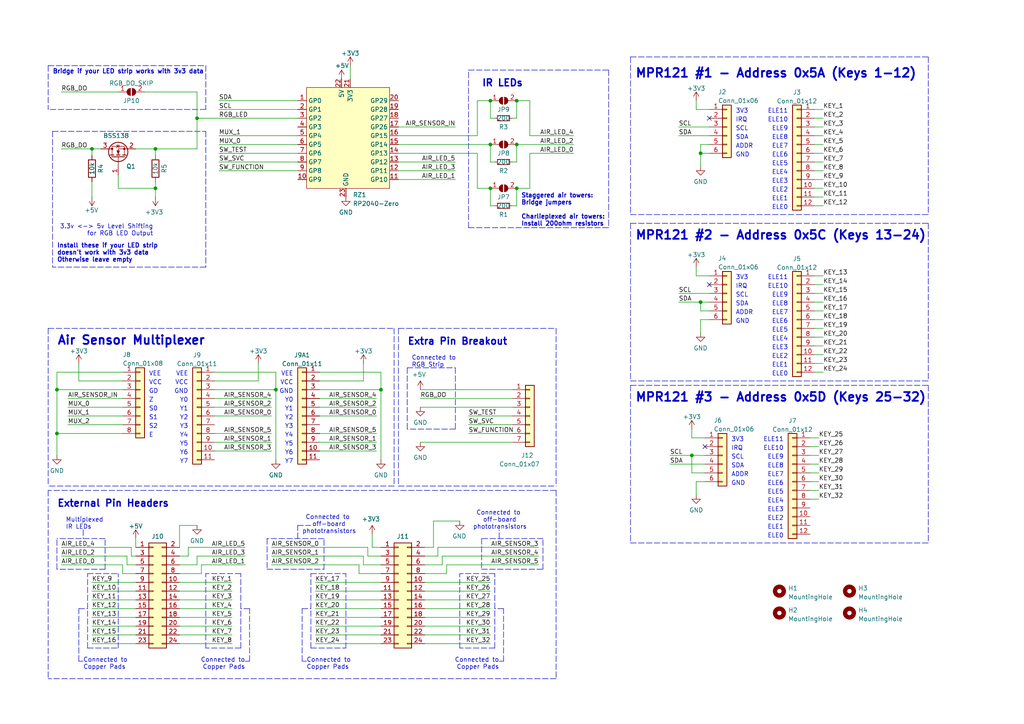
<source format=kicad_sch>
(kicad_sch (version 20211123) (generator eeschema)
  (paper "A4")
  (junction (at -96.52 120.65))
  (junction (at 149.86 54.61))
  (junction (at 149.86 29.21))
  (junction (at 57.15 34.29))
  (junction (at 142.24 54.61))
  (junction (at -60.96 120.65))
  (junction (at 203.2 87.63))
  (junction (at -92.71 120.65))
  (junction (at 80.01 113.03))
  (junction (at 200.66 132.08))
  (junction (at 142.24 41.91))
  (junction (at 45.085 54.61))
  (junction (at -87.63 87.63))
  (junction (at -57.15 120.65))
  (junction (at -60.96 68.58))
  (junction (at 149.86 41.91))
  (junction (at -96.52 93.98))
  (junction (at 16.51 125.73))
  (junction (at 203.2 44.45))
  (junction (at -101.6 120.65))
  (junction (at -66.04 120.65))
  (junction (at -78.74 81.28))
  (junction (at 45.085 43.18))
  (junction (at -83.82 120.65))
  (junction (at -78.74 120.65))
  (junction (at 142.24 29.21))
  (junction (at 110.49 113.03))
  (junction (at -87.63 120.65))
  (junction (at -74.93 120.65))
  (junction (at 26.67 43.18))
  (junction (at 16.51 113.03))
  (junction (at -69.85 120.65))
  (junction (at -69.85 74.93))
  (no_connect (at 205.74 82.55))
  (no_connect (at 205.74 34.29))
  (no_connect (at 204.47 129.54))
  (wire (pts (xy -105.41 81.28) (xy -78.74 81.28)))
  (polyline (pts (xy -127 57.15) (xy -127 128.27)))
  (wire (pts (xy -78.74 109.22) (xy -78.74 110.49)))
  (polyline (pts (xy 182.88 111.76) (xy 269.24 111.76)))
  (polyline (pts (xy -1.27 44.45) (xy -1.27 0)))
  (wire (pts (xy 196.85 36.83) (xy 205.74 36.83)))
  (polyline (pts (xy -107.95 87.63) (xy -105.41 87.63)))
  (polyline (pts (xy -2.54 8.89) (xy -10.16 8.89)))
  (wire (pts (xy 80.01 113.03) (xy 80.01 107.95)))
  (polyline (pts (xy -10.16 12.7) (xy -10.16 8.89)))
  (wire (pts (xy 234.95 137.16) (xy 237.49 137.16)))
  (wire (pts (xy 58.42 163.83) (xy 71.12 163.83)))
  (wire (pts (xy -83.82 120.65) (xy -78.74 120.65)))
  (polyline (pts (xy 30.48 165.1) (xy 30.48 156.21)))
  (polyline (pts (xy 22.86 191.77) (xy 22.86 176.53)))
  (wire (pts (xy 92.71 115.57) (xy 109.22 115.57)))
  (wire (pts (xy 92.71 125.73) (xy 109.22 125.73)))
  (wire (pts (xy 234.95 144.78) (xy 237.49 144.78)))
  (wire (pts (xy 22.86 110.49) (xy 35.56 110.49)))
  (wire (pts (xy -57.15 121.92) (xy -57.15 120.65)))
  (polyline (pts (xy 114.3 95.25) (xy 114.3 140.97)))
  (wire (pts (xy 86.36 46.99) (xy 63.5 46.99)))
  (wire (pts (xy -83.82 114.3) (xy -83.82 120.65)))
  (wire (pts (xy 45.085 43.18) (xy 57.15 43.18)))
  (polyline (pts (xy 269.24 64.77) (xy 269.24 110.49)))
  (wire (pts (xy 105.41 163.83) (xy 105.41 161.29)))
  (polyline (pts (xy -10.16 31.75) (xy -10.16 27.94)))
  (polyline (pts (xy -19.05 24.13) (xy -19.05 3.81)) (stroke (width 0) (color 0 194 0 1)))
  (polyline (pts (xy 77.47 165.1) (xy 93.98 165.1)))
  (polyline (pts (xy 135.89 66.04) (xy 135.89 20.32)))
  (polyline (pts (xy -115.57 73.66) (xy -111.76 73.66)) (stroke (width 0) (color 194 0 0 1)))
  (polyline (pts (xy 24.13 191.77) (xy 22.86 191.77)))
  (wire (pts (xy 236.22 57.15) (xy 238.76 57.15)))
  (wire (pts (xy 29.21 43.18) (xy 26.67 43.18)))
  (polyline (pts (xy -10.16 30.48) (xy -13.97 30.48)))
  (polyline (pts (xy -115.57 100.33) (xy -105.41 100.33)))
  (polyline (pts (xy 86.36 152.4) (xy 90.17 152.4)))
  (polyline (pts (xy 182.88 64.77) (xy 269.24 64.77)))
  (wire (pts (xy 104.14 166.37) (xy 104.14 163.83)))
  (polyline (pts (xy 25.4 166.37) (xy 34.29 166.37)))
  (wire (pts (xy 106.68 158.75) (xy 78.74 158.75)))
  (polyline (pts (xy -111.76 99.06) (xy -111.76 63.5)) (stroke (width 0) (color 194 0 0 1)))
  (wire (pts (xy 35.56 166.37) (xy 35.56 163.83)))
  (wire (pts (xy 39.37 161.29) (xy 38.1 161.29)))
  (wire (pts (xy 149.86 29.21) (xy 149.86 34.29)))
  (wire (pts (xy 91.44 171.45) (xy 110.49 171.45)))
  (polyline (pts (xy -10.16 29.21) (xy -16.51 29.21)) (stroke (width 0) (color 194 0 0 1)))
  (wire (pts (xy 110.49 163.83) (xy 105.41 163.83)))
  (wire (pts (xy 62.23 113.03) (xy 80.01 113.03)))
  (polyline (pts (xy -54.61 119.38) (xy -109.22 119.38)))
  (wire (pts (xy 35.56 113.03) (xy 16.51 113.03)))
  (wire (pts (xy 127 161.29) (xy 127 158.75)))
  (polyline (pts (xy 182.88 64.77) (xy 182.88 110.49)))
  (polyline (pts (xy -10.16 36.83) (xy -16.51 36.83)) (stroke (width 0) (color 194 0 0 1)))
  (wire (pts (xy -96.52 118.11) (xy -96.52 120.65)))
  (wire (pts (xy -57.15 120.65) (xy -57.15 114.3)))
  (wire (pts (xy 236.22 90.17) (xy 238.76 90.17)))
  (polyline (pts (xy 93.98 165.1) (xy 93.98 156.21)))
  (wire (pts (xy 236.22 105.41) (xy 238.76 105.41)))
  (polyline (pts (xy -10.16 12.7) (xy -2.54 12.7)))
  (wire (pts (xy 123.19 161.29) (xy 127 161.29)))
  (wire (pts (xy 129.54 163.83) (xy 156.21 163.83)))
  (polyline (pts (xy -109.22 110.49) (xy -109.22 119.38)))
  (polyline (pts (xy 132.08 106.68) (xy 132.08 124.46)))
  (wire (pts (xy 110.49 158.75) (xy 107.95 158.75)))
  (polyline (pts (xy -2.54 38.1) (xy -2.54 34.29)))
  (wire (pts (xy 138.43 39.37) (xy 138.43 29.21)))
  (polyline (pts (xy 59.69 77.47) (xy 15.24 77.47)))
  (polyline (pts (xy 90.17 187.96) (xy 100.33 187.96)))
  (wire (pts (xy 16.51 125.73) (xy 35.56 125.73)))
  (polyline (pts (xy 88.9 191.77) (xy 87.63 191.77)))
  (polyline (pts (xy 135.89 66.04) (xy 176.53 66.04)))
  (wire (pts (xy 17.78 163.83) (xy 35.56 163.83)))
  (wire (pts (xy -78.74 120.65) (xy -74.93 120.65)))
  (wire (pts (xy -66.04 114.3) (xy -66.04 120.65)))
  (polyline (pts (xy 69.85 187.96) (xy 59.69 187.96)))
  (wire (pts (xy 236.22 39.37) (xy 238.76 39.37)))
  (polyline (pts (xy -13.97 35.56) (xy -13.97 5.08)))
  (wire (pts (xy 149.86 54.61) (xy 153.67 54.61)))
  (polyline (pts (xy 93.98 156.21) (xy 77.47 156.21)))
  (wire (pts (xy -105.41 68.58) (xy -60.96 68.58)))
  (wire (pts (xy 138.43 29.21) (xy 142.24 29.21)))
  (polyline (pts (xy 157.48 156.21) (xy 139.7 156.21)))
  (polyline (pts (xy -115.57 86.36) (xy -111.76 86.36)) (stroke (width 0) (color 194 0 0 1)))
  (wire (pts (xy -78.74 81.28) (xy -78.74 101.6)))
  (wire (pts (xy 234.95 129.54) (xy 237.49 129.54)))
  (wire (pts (xy 201.93 80.01) (xy 205.74 80.01)))
  (polyline (pts (xy -115.57 93.98) (xy -105.41 93.98)))
  (polyline (pts (xy 72.39 176.53) (xy 69.85 176.53)))
  (wire (pts (xy 236.22 97.79) (xy 238.76 97.79)))
  (wire (pts (xy 127 158.75) (xy 156.21 158.75)))
  (wire (pts (xy 203.2 48.26) (xy 203.2 44.45)))
  (wire (pts (xy 234.95 134.62) (xy 237.49 134.62)))
  (wire (pts (xy 201.93 77.47) (xy 201.93 80.01)))
  (polyline (pts (xy -10.16 25.4) (xy -2.54 25.4)))
  (polyline (pts (xy 86.36 156.21) (xy 86.36 152.4)))
  (wire (pts (xy 16.51 107.95) (xy 35.56 107.95)))
  (wire (pts (xy -60.96 109.22) (xy -60.96 110.49)))
  (wire (pts (xy 52.07 184.15) (xy 67.31 184.15)))
  (polyline (pts (xy 13.97 19.05) (xy 59.69 19.05)))
  (polyline (pts (xy 13.97 95.25) (xy 13.97 140.97)))
  (wire (pts (xy 142.24 173.99) (xy 123.19 173.99)))
  (wire (pts (xy -105.41 120.65) (xy -101.6 120.65)))
  (polyline (pts (xy -2.54 27.94) (xy -10.16 27.94)))
  (wire (pts (xy 236.22 41.91) (xy 238.76 41.91)))
  (polyline (pts (xy 135.89 20.32) (xy 176.53 20.32)))
  (wire (pts (xy 107.95 154.94) (xy 107.95 158.75)))
  (polyline (pts (xy -115.57 99.06) (xy -111.76 99.06)) (stroke (width 0) (color 194 0 0 1)))
  (polyline (pts (xy -115.57 68.58) (xy -109.22 68.58)))
  (polyline (pts (xy 139.7 156.21) (xy 139.7 165.1)))
  (polyline (pts (xy 25.4 187.96) (xy 25.4 166.37)))
  (wire (pts (xy 52.07 152.4) (xy 52.07 158.75)))
  (wire (pts (xy 39.37 184.15) (xy 26.67 184.15)))
  (polyline (pts (xy 161.29 196.85) (xy 13.97 196.85)))
  (wire (pts (xy 86.36 39.37) (xy 63.5 39.37)))
  (polyline (pts (xy 146.05 176.53) (xy 143.51 176.53)))
  (polyline (pts (xy -109.22 81.28) (xy -105.41 81.28)))
  (wire (pts (xy 205.74 41.91) (xy 203.2 41.91)))
  (wire (pts (xy 52.07 173.99) (xy 67.31 173.99)))
  (wire (pts (xy 234.95 139.7) (xy 237.49 139.7)))
  (wire (pts (xy -105.41 118.11) (xy -105.41 120.65)))
  (wire (pts (xy 86.36 31.75) (xy 63.5 31.75)))
  (polyline (pts (xy -10.16 6.35) (xy -2.54 6.35)))
  (polyline (pts (xy 15.24 38.1) (xy 59.69 38.1)))
  (wire (pts (xy 91.44 186.69) (xy 110.49 186.69)))
  (wire (pts (xy 36.83 163.83) (xy 36.83 161.29)))
  (wire (pts (xy -60.96 120.65) (xy -57.15 120.65)))
  (wire (pts (xy 39.37 173.99) (xy 26.67 173.99)))
  (polyline (pts (xy 59.69 187.96) (xy 59.69 166.37)))
  (polyline (pts (xy -115.57 74.93) (xy -110.49 74.93)))
  (polyline (pts (xy -2.54 34.29) (xy -10.16 34.29)))
  (wire (pts (xy 41.91 26.67) (xy 57.15 26.67)))
  (wire (pts (xy -105.41 74.93) (xy -69.85 74.93)))
  (wire (pts (xy 86.36 44.45) (xy 63.5 44.45)))
  (wire (pts (xy 201.93 29.21) (xy 201.93 31.75)))
  (wire (pts (xy 19.685 118.11) (xy 35.56 118.11)))
  (polyline (pts (xy 132.08 124.46) (xy 118.11 124.46)))
  (polyline (pts (xy 182.88 110.49) (xy 269.24 110.49)))
  (polyline (pts (xy 69.85 166.37) (xy 59.69 166.37)))
  (polyline (pts (xy -10.16 31.75) (xy -2.54 31.75)))
  (polyline (pts (xy -54.61 101.6) (xy -54.61 109.22)))
  (polyline (pts (xy -123.19 88.9) (xy -115.57 88.9)))
  (wire (pts (xy 236.22 95.25) (xy 238.76 95.25)))
  (wire (pts (xy 16.51 107.95) (xy 16.51 113.03)))
  (polyline (pts (xy -10.16 19.05) (xy -10.16 15.24)))
  (wire (pts (xy 121.92 118.11) (xy 148.59 118.11)))
  (wire (pts (xy 62.23 120.65) (xy 78.74 120.65)))
  (wire (pts (xy 92.71 113.03) (xy 110.49 113.03)))
  (wire (pts (xy 115.57 41.91) (xy 142.24 41.91)))
  (wire (pts (xy 26.67 45.085) (xy 26.67 43.18)))
  (wire (pts (xy -101.6 120.65) (xy -96.52 120.65)))
  (wire (pts (xy -69.85 74.93) (xy -39.37 74.93)))
  (polyline (pts (xy -115.57 72.39) (xy -123.19 72.39)))
  (polyline (pts (xy -10.16 10.16) (xy -13.97 10.16)))
  (wire (pts (xy 92.71 128.27) (xy 109.22 128.27)))
  (wire (pts (xy 115.57 49.53) (xy 132.08 49.53)))
  (wire (pts (xy 203.2 87.63) (xy 205.74 87.63)))
  (wire (pts (xy 115.57 46.99) (xy 132.08 46.99)))
  (polyline (pts (xy 59.69 31.75) (xy 13.97 31.75)))
  (wire (pts (xy -105.41 109.22) (xy -105.41 110.49)))
  (polyline (pts (xy -109.22 101.6) (xy -54.61 101.6)))
  (wire (pts (xy -105.41 87.63) (xy -87.63 87.63)))
  (wire (pts (xy 39.37 176.53) (xy 26.67 176.53)))
  (polyline (pts (xy -123.19 82.55) (xy -115.57 82.55)))
  (polyline (pts (xy 269.24 16.51) (xy 269.24 62.23)))
  (wire (pts (xy 203.2 44.45) (xy 205.74 44.45)))
  (wire (pts (xy 200.66 132.08) (xy 200.66 137.16)))
  (wire (pts (xy 142.24 181.61) (xy 123.19 181.61)))
  (polyline (pts (xy 13.97 142.24) (xy 13.97 196.85)))
  (wire (pts (xy 91.44 176.53) (xy 110.49 176.53)))
  (wire (pts (xy 121.92 128.27) (xy 148.59 128.27)))
  (wire (pts (xy 34.29 54.61) (xy 45.085 54.61)))
  (wire (pts (xy -105.41 100.33) (xy -39.37 100.33)))
  (wire (pts (xy 91.44 168.91) (xy 110.49 168.91)))
  (polyline (pts (xy -123.19 69.85) (xy -123.19 66.04)))
  (wire (pts (xy 52.07 186.69) (xy 67.31 186.69)))
  (polyline (pts (xy -1.27 128.27) (xy -127 128.27)))
  (polyline (pts (xy 25.4 187.96) (xy 34.29 187.96)))
  (polyline (pts (xy -2.54 19.05) (xy -2.54 15.24)))
  (wire (pts (xy 92.71 118.11) (xy 109.22 118.11)))
  (wire (pts (xy 105.41 110.49) (xy 92.71 110.49)))
  (wire (pts (xy 52.07 163.83) (xy 57.15 163.83)))
  (polyline (pts (xy 118.11 106.68) (xy 118.11 124.46)))
  (wire (pts (xy 101.6 19.05) (xy 101.6 22.86)))
  (polyline (pts (xy 24.13 153.67) (xy 24.13 156.21)))
  (polyline (pts (xy 182.88 62.23) (xy 269.24 62.23)))
  (wire (pts (xy 234.95 127) (xy 237.49 127)))
  (polyline (pts (xy 87.63 191.77) (xy 87.63 176.53)))
  (polyline (pts (xy -21.59 19.05) (xy -13.97 19.05)))
  (polyline (pts (xy 69.85 187.96) (xy 69.85 166.37)))
  (polyline (pts (xy -123.19 95.25) (xy -115.57 95.25)))
  (wire (pts (xy 236.22 34.29) (xy 238.76 34.29)))
  (polyline (pts (xy 182.88 111.76) (xy 182.88 157.48)))
  (wire (pts (xy 128.27 161.29) (xy 156.21 161.29)))
  (polyline (pts (xy 143.51 187.96) (xy 143.51 166.37)))
  (wire (pts (xy 74.93 110.49) (xy 62.23 110.49)))
  (wire (pts (xy 236.22 31.75) (xy 238.76 31.75)))
  (wire (pts (xy 203.2 92.71) (xy 205.74 92.71)))
  (wire (pts (xy 236.22 80.01) (xy 238.76 80.01)))
  (wire (pts (xy 86.36 49.53) (xy 63.5 49.53)))
  (polyline (pts (xy -115.57 87.63) (xy -107.95 87.63)))
  (wire (pts (xy 203.2 87.63) (xy 203.2 90.17)))
  (wire (pts (xy 203.2 90.17) (xy 205.74 90.17)))
  (polyline (pts (xy -1.27 57.15) (xy -127 57.15)))
  (wire (pts (xy 142.24 34.29) (xy 142.24 29.21)))
  (polyline (pts (xy 143.51 187.96) (xy 133.35 187.96)))
  (polyline (pts (xy -10.16 25.4) (xy -10.16 21.59)))
  (wire (pts (xy 39.37 158.75) (xy 39.37 156.21)))
  (wire (pts (xy 62.23 125.73) (xy 78.74 125.73)))
  (polyline (pts (xy -115.57 78.74) (xy -123.19 78.74)))
  (polyline (pts (xy 133.35 187.96) (xy 133.35 166.37)))
  (wire (pts (xy 62.23 128.27) (xy 78.74 128.27)))
  (wire (pts (xy 123.19 163.83) (xy 128.27 163.83)))
  (wire (pts (xy 17.78 158.75) (xy 38.1 158.75)))
  (wire (pts (xy 200.66 132.08) (xy 204.47 132.08)))
  (polyline (pts (xy -2.54 12.7) (xy -2.54 8.89)))
  (wire (pts (xy 149.86 34.29) (xy 148.59 34.29)))
  (polyline (pts (xy 59.69 19.05) (xy 59.69 31.75)))
  (wire (pts (xy 125.73 158.75) (xy 125.73 151.13)))
  (wire (pts (xy 110.49 161.29) (xy 106.68 161.29)))
  (wire (pts (xy 149.86 54.61) (xy 149.86 59.69)))
  (wire (pts (xy 142.24 54.61) (xy 142.24 59.69)))
  (wire (pts (xy 52.07 161.29) (xy 54.61 161.29)))
  (wire (pts (xy -69.85 118.11) (xy -69.85 120.65)))
  (polyline (pts (xy -109.22 110.49) (xy -54.61 110.49)))
  (wire (pts (xy 194.31 132.08) (xy 200.66 132.08)))
  (wire (pts (xy 17.78 161.29) (xy 36.83 161.29)))
  (wire (pts (xy 196.85 39.37) (xy 205.74 39.37)))
  (wire (pts (xy 39.37 179.07) (xy 26.67 179.07)))
  (wire (pts (xy -87.63 118.11) (xy -87.63 120.65)))
  (wire (pts (xy 149.86 41.91) (xy 166.37 41.91)))
  (polyline (pts (xy 182.88 16.51) (xy 269.24 16.51)))
  (wire (pts (xy -96.52 109.22) (xy -96.52 110.49)))
  (polyline (pts (xy -2.54 2.54) (xy -10.16 2.54)))
  (wire (pts (xy 52.07 168.91) (xy 67.31 168.91)))
  (polyline (pts (xy -10.16 16.51) (xy -19.05 16.51)) (stroke (width 0) (color 0 194 0 1)))
  (wire (pts (xy 16.51 113.03) (xy 16.51 125.73)))
  (polyline (pts (xy -123.19 76.2) (xy -115.57 76.2)))
  (wire (pts (xy 57.15 161.29) (xy 71.12 161.29)))
  (wire (pts (xy 54.61 158.75) (xy 71.12 158.75)))
  (polyline (pts (xy -123.19 76.2) (xy -123.19 72.39)))
  (polyline (pts (xy 157.48 165.1) (xy 157.48 156.21)))
  (wire (pts (xy 142.24 176.53) (xy 123.19 176.53)))
  (wire (pts (xy 121.92 113.03) (xy 148.59 113.03)))
  (wire (pts (xy 52.07 166.37) (xy 58.42 166.37)))
  (wire (pts (xy 153.67 54.61) (xy 153.67 44.45)))
  (wire (pts (xy 115.57 39.37) (xy 138.43 39.37)))
  (wire (pts (xy 91.44 173.99) (xy 110.49 173.99)))
  (wire (pts (xy 19.685 123.19) (xy 35.56 123.19)))
  (wire (pts (xy 62.23 118.11) (xy 78.74 118.11)))
  (wire (pts (xy -87.63 87.63) (xy -39.37 87.63)))
  (polyline (pts (xy -110.49 74.93) (xy -105.41 74.93)))
  (wire (pts (xy 19.685 115.57) (xy 35.56 115.57)))
  (wire (pts (xy 39.37 181.61) (xy 26.67 181.61)))
  (polyline (pts (xy -115.57 95.25) (xy -115.57 91.44)))
  (polyline (pts (xy 144.78 191.77) (xy 146.05 191.77)))
  (wire (pts (xy -101.6 114.3) (xy -101.6 120.65)))
  (wire (pts (xy -96.52 120.65) (xy -92.71 120.65)))
  (wire (pts (xy 110.49 113.03) (xy 110.49 107.95)))
  (wire (pts (xy 19.685 120.65) (xy 35.56 120.65)))
  (wire (pts (xy 200.66 124.46) (xy 200.66 127)))
  (wire (pts (xy 62.23 130.81) (xy 78.74 130.81)))
  (wire (pts (xy 236.22 92.71) (xy 238.76 92.71)))
  (wire (pts (xy 148.59 120.65) (xy 135.89 120.65)))
  (wire (pts (xy 86.36 29.21) (xy 63.5 29.21)))
  (polyline (pts (xy -115.57 92.71) (xy -111.76 92.71)) (stroke (width 0) (color 194 0 0 1)))
  (polyline (pts (xy -123.19 95.25) (xy -123.19 91.44)))
  (wire (pts (xy 149.86 41.91) (xy 149.86 46.99)))
  (wire (pts (xy 236.22 46.99) (xy 238.76 46.99)))
  (wire (pts (xy 57.15 34.29) (xy 57.15 43.18)))
  (wire (pts (xy 110.49 166.37) (xy 104.14 166.37)))
  (polyline (pts (xy -10.16 22.86) (xy -16.51 22.86)) (stroke (width 0) (color 194 0 0 1)))
  (wire (pts (xy 45.085 54.61) (xy 45.085 52.705)))
  (wire (pts (xy 91.44 181.61) (xy 110.49 181.61)))
  (wire (pts (xy 143.51 34.29) (xy 142.24 34.29)))
  (wire (pts (xy 123.19 158.75) (xy 125.73 158.75)))
  (polyline (pts (xy -123.19 88.9) (xy -123.19 85.09)))
  (polyline (pts (xy -10.16 19.05) (xy -2.54 19.05)))
  (wire (pts (xy 203.2 96.52) (xy 203.2 92.71)))
  (polyline (pts (xy 161.29 95.25) (xy 161.29 140.97)))
  (polyline (pts (xy -115.57 101.6) (xy -115.57 97.79)))
  (polyline (pts (xy 139.7 165.1) (xy 157.48 165.1)))
  (wire (pts (xy 153.67 44.45) (xy 166.37 44.45)))
  (polyline (pts (xy -115.57 67.31) (xy -111.76 67.31)) (stroke (width 0) (color 194 0 0 1)))
  (wire (pts (xy 57.15 163.83) (xy 57.15 161.29)))
  (polyline (pts (xy 143.51 166.37) (xy 133.35 166.37)))
  (wire (pts (xy 38.1 161.29) (xy 38.1 158.75)))
  (polyline (pts (xy -2.54 21.59) (xy -10.16 21.59)))
  (wire (pts (xy -69.85 109.22) (xy -69.85 110.49)))
  (polyline (pts (xy -13.97 5.08) (xy -10.16 5.08)))
  (polyline (pts (xy -115.57 81.28) (xy -109.22 81.28)))
  (polyline (pts (xy -10.16 38.1) (xy -10.16 34.29)))
  (wire (pts (xy -87.63 109.22) (xy -87.63 110.49)))
  (wire (pts (xy 236.22 85.09) (xy 238.76 85.09)))
  (polyline (pts (xy -21.59 21.59) (xy -16.51 21.59)) (stroke (width 0) (color 194 0 0 1)))
  (wire (pts (xy 74.93 105.41) (xy 74.93 110.49)))
  (polyline (pts (xy -38.1 0) (xy -38.1 44.45)))
  (wire (pts (xy 196.85 85.09) (xy 205.74 85.09)))
  (wire (pts (xy 149.86 59.69) (xy 148.59 59.69)))
  (wire (pts (xy 58.42 166.37) (xy 58.42 163.83)))
  (wire (pts (xy 236.22 49.53) (xy 238.76 49.53)))
  (polyline (pts (xy 182.88 157.48) (xy 269.24 157.48)))
  (polyline (pts (xy 16.51 165.1) (xy 16.51 156.21)))
  (polyline (pts (xy 90.17 187.96) (xy 90.17 166.37)))
  (polyline (pts (xy -10.16 35.56) (xy -13.97 35.56)))
  (wire (pts (xy -74.93 120.65) (xy -69.85 120.65)))
  (wire (pts (xy 200.66 127) (xy 204.47 127)))
  (wire (pts (xy 115.57 36.83) (xy 132.08 36.83)))
  (polyline (pts (xy 100.33 187.96) (xy 100.33 166.37)))
  (polyline (pts (xy 77.47 156.21) (xy 77.47 165.1)))
  (wire (pts (xy 57.15 34.29) (xy 86.36 34.29)))
  (wire (pts (xy 78.74 163.83) (xy 104.14 163.83)))
  (wire (pts (xy -74.93 114.3) (xy -74.93 120.65)))
  (polyline (pts (xy -115.57 85.09) (xy -123.19 85.09)))
  (polyline (pts (xy 90.17 166.37) (xy 100.33 166.37)))
  (polyline (pts (xy 115.57 140.97) (xy 161.29 140.97)))
  (wire (pts (xy 203.2 41.91) (xy 203.2 44.45)))
  (wire (pts (xy 236.22 107.95) (xy 238.76 107.95)))
  (wire (pts (xy 234.95 132.08) (xy 237.49 132.08)))
  (wire (pts (xy 236.22 54.61) (xy 238.76 54.61)))
  (polyline (pts (xy 13.97 19.05) (xy 13.97 31.75)))
  (polyline (pts (xy -109.22 68.58) (xy -105.41 68.58)))
  (polyline (pts (xy 176.53 20.32) (xy 176.53 66.04)))
  (polyline (pts (xy 34.29 187.96) (xy 34.29 166.37)))
  (polyline (pts (xy -115.57 80.01) (xy -111.76 80.01)) (stroke (width 0) (color 194 0 0 1)))
  (wire (pts (xy 142.24 41.91) (xy 142.24 46.99)))
  (wire (pts (xy 142.24 168.91) (xy 123.19 168.91)))
  (wire (pts (xy 138.43 44.45) (xy 138.43 54.61)))
  (wire (pts (xy 153.67 29.21) (xy 153.67 39.37)))
  (wire (pts (xy 149.86 46.99) (xy 148.59 46.99)))
  (polyline (pts (xy -16.51 17.78) (xy -10.16 17.78)) (stroke (width 0) (color 194 0 0 1)))
  (wire (pts (xy 22.86 105.41) (xy 22.86 110.49)))
  (wire (pts (xy 236.22 100.33) (xy 238.76 100.33)))
  (wire (pts (xy 148.59 125.73) (xy 135.89 125.73)))
  (wire (pts (xy 236.22 36.83) (xy 238.76 36.83)))
  (wire (pts (xy 115.57 44.45) (xy 138.43 44.45)))
  (wire (pts (xy -60.96 68.58) (xy -39.37 68.58)))
  (wire (pts (xy 26.67 43.18) (xy 17.78 43.18)))
  (polyline (pts (xy -54.61 109.22) (xy -109.22 109.22)))
  (wire (pts (xy 201.93 143.51) (xy 201.93 139.7)))
  (wire (pts (xy 80.01 107.95) (xy 62.23 107.95)))
  (wire (pts (xy 45.085 45.085) (xy 45.085 43.18)))
  (polyline (pts (xy -16.51 36.83) (xy -16.51 17.78)) (stroke (width 0) (color 194 0 0 1)))
  (polyline (pts (xy -38.1 0) (xy -1.27 0)))
  (polyline (pts (xy -115.57 88.9) (xy -115.57 85.09)))
  (polyline (pts (xy 144.78 156.21) (xy 144.78 153.67)))
  (polyline (pts (xy -2.54 15.24) (xy -10.16 15.24)))
  (polyline (pts (xy -123.19 82.55) (xy -123.19 78.74)))
  (wire (pts (xy 149.86 29.21) (xy 153.67 29.21)))
  (wire (pts (xy 142.24 46.99) (xy 143.51 46.99)))
  (polyline (pts (xy -10.16 6.35) (xy -10.16 2.54)))
  (wire (pts (xy 236.22 44.45) (xy 238.76 44.45)))
  (wire (pts (xy 105.41 105.41) (xy 105.41 110.49)))
  (wire (pts (xy 110.49 133.35) (xy 110.49 113.03)))
  (wire (pts (xy 106.68 161.29) (xy 106.68 158.75)))
  (wire (pts (xy 52.07 171.45) (xy 67.31 171.45)))
  (wire (pts (xy 39.37 171.45) (xy 26.67 171.45)))
  (wire (pts (xy 142.24 171.45) (xy 123.19 171.45)))
  (wire (pts (xy 39.37 166.37) (xy 35.56 166.37)))
  (polyline (pts (xy -115.57 97.79) (xy -123.19 97.79)))
  (polyline (pts (xy -10.16 11.43) (xy -19.05 11.43)) (stroke (width 0) (color 0 194 0 1)))
  (wire (pts (xy 236.22 59.69) (xy 238.76 59.69)))
  (wire (pts (xy 92.71 130.81) (xy 109.22 130.81)))
  (wire (pts (xy 201.93 31.75) (xy 205.74 31.75)))
  (wire (pts (xy 17.78 26.67) (xy 34.29 26.67)))
  (polyline (pts (xy -21.59 24.13) (xy -10.16 24.13)) (stroke (width 0) (color 0 194 0 1)))
  (polyline (pts (xy 15.24 38.1) (xy 15.24 77.47)))
  (wire (pts (xy 26.67 52.705) (xy 26.67 57.15)))
  (polyline (pts (xy -2.54 31.75) (xy -2.54 27.94)))
  (wire (pts (xy 39.37 186.69) (xy 26.67 186.69)))
  (wire (pts (xy 153.67 39.37) (xy 166.37 39.37)))
  (polyline (pts (xy 71.12 191.77) (xy 72.39 191.77)))
  (wire (pts (xy 123.19 166.37) (xy 129.54 166.37)))
  (wire (pts (xy -69.85 74.93) (xy -69.85 101.6)))
  (wire (pts (xy -78.74 81.28) (xy -39.37 81.28)))
  (wire (pts (xy -87.63 120.65) (xy -83.82 120.65)))
  (wire (pts (xy -60.96 120.65) (xy -60.96 118.11)))
  (polyline (pts (xy -54.61 110.49) (xy -54.61 119.38)))
  (polyline (pts (xy 30.48 165.1) (xy 16.51 165.1)))
  (polyline (pts (xy 115.57 95.25) (xy 115.57 140.97)))
  (polyline (pts (xy -115.57 66.04) (xy -123.19 66.04)))
  (wire (pts (xy 142.24 179.07) (xy 123.19 179.07)))
  (polyline (pts (xy -2.54 25.4) (xy -2.54 21.59)))
  (wire (pts (xy 142.24 186.69) (xy 123.19 186.69)))
  (polyline (pts (xy -2.54 6.35) (xy -2.54 2.54)))
  (wire (pts (xy 196.85 87.63) (xy 203.2 87.63)))
  (wire (pts (xy -92.71 114.3) (xy -92.71 120.65)))
  (wire (pts (xy -105.41 93.98) (xy -96.52 93.98)))
  (wire (pts (xy 201.93 139.7) (xy 204.47 139.7)))
  (polyline (pts (xy -123.19 101.6) (xy -115.57 101.6)))
  (wire (pts (xy 236.22 102.87) (xy 238.76 102.87)))
  (wire (pts (xy 57.15 152.4) (xy 52.07 152.4)))
  (wire (pts (xy 128.27 163.83) (xy 128.27 161.29)))
  (polyline (pts (xy -115.57 91.44) (xy -123.19 91.44)))
  (wire (pts (xy 121.92 115.57) (xy 148.59 115.57)))
  (wire (pts (xy 142.24 59.69) (xy 143.51 59.69)))
  (wire (pts (xy 62.23 115.57) (xy 78.74 115.57)))
  (polyline (pts (xy 13.97 95.25) (xy 114.3 95.25)))
  (polyline (pts (xy -19.05 3.81) (xy -10.16 3.81)) (stroke (width 0) (color 0 194 0 1)))
  (wire (pts (xy 234.95 142.24) (xy 237.49 142.24)))
  (wire (pts (xy 91.44 184.15) (xy 110.49 184.15)))
  (wire (pts (xy 39.37 163.83) (xy 36.83 163.83)))
  (wire (pts (xy -96.52 93.98) (xy -96.52 101.6)))
  (wire (pts (xy 16.51 132.08) (xy 16.51 125.73)))
  (wire (pts (xy 52.07 179.07) (xy 67.31 179.07)))
  (polyline (pts (xy 146.05 191.77) (xy 146.05 176.53)))
  (wire (pts (xy 115.57 52.07) (xy 132.08 52.07)))
  (wire (pts (xy 129.54 166.37) (xy 129.54 163.83)))
  (wire (pts (xy 194.31 134.62) (xy 204.47 134.62)))
  (wire (pts (xy 52.07 176.53) (xy 67.31 176.53)))
  (wire (pts (xy 200.66 137.16) (xy 204.47 137.16)))
  (wire (pts (xy 138.43 54.61) (xy 142.24 54.61)))
  (wire (pts (xy 39.37 43.18) (xy 45.085 43.18)))
  (polyline (pts (xy 22.86 176.53) (xy 25.4 176.53)))
  (polyline (pts (xy 30.48 156.21) (xy 16.51 156.21)))
  (polyline (pts (xy 114.3 140.97) (xy 13.97 140.97)))
  (wire (pts (xy 52.07 181.61) (xy 67.31 181.61)))
  (polyline (pts (xy 182.88 16.51) (xy 182.88 62.23)))
  (wire (pts (xy 86.36 41.91) (xy 63.5 41.91)))
  (wire (pts (xy 148.59 123.19) (xy 135.89 123.19)))
  (polyline (pts (xy -115.57 69.85) (xy -115.57 66.04)))
  (polyline (pts (xy -123.19 101.6) (xy -123.19 97.79)))
  (wire (pts (xy 45.085 57.15) (xy 45.085 54.61)))
  (wire (pts (xy 78.74 161.29) (xy 105.41 161.29)))
  (wire (pts (xy 236.22 52.07) (xy 238.76 52.07)))
  (wire (pts (xy 142.24 184.15) (xy 123.19 184.15)))
  (wire (pts (xy 80.01 133.35) (xy 80.01 113.03)))
  (polyline (pts (xy 72.39 191.77) (xy 72.39 176.53)))
  (wire (pts (xy 91.44 179.07) (xy 110.49 179.07)))
  (polyline (pts (xy -38.1 44.45) (xy -1.27 44.45)))
  (polyline (pts (xy -10.16 38.1) (xy -2.54 38.1)))
  (polyline (pts (xy -109.22 101.6) (xy -109.22 109.22)))
  (polyline (pts (xy 115.57 95.25) (xy 161.29 95.25)))
  (wire (pts (xy -69.85 120.65) (xy -66.04 120.65)))
  (polyline (pts (xy -115.57 82.55) (xy -115.57 78.74)))
  (wire (pts (xy 39.37 168.91) (xy 26.67 168.91)))
  (wire (pts (xy -60.96 68.58) (xy -60.96 101.6)))
  (polyline (pts (xy -115.57 76.2) (xy -115.57 72.39)))
  (wire (pts (xy -78.74 118.11) (xy -78.74 120.65)))
  (wire (pts (xy 34.29 50.8) (xy 34.29 54.61)))
  (polyline (pts (xy 161.29 142.24) (xy 13.97 142.24)))
  (polyline (pts (xy 118.11 106.68) (xy 132.08 106.68)))
  (wire (pts (xy 57.15 26.67) (xy 57.15 34.29)))
  (wire (pts (xy 110.49 107.95) (xy 92.71 107.95)))
  (wire (pts (xy 92.71 120.65) (xy 109.22 120.65)))
  (wire (pts (xy 125.73 151.13) (xy 133.35 151.13)))
  (wire (pts (xy -105.41 100.33) (xy -105.41 101.6)))
  (polyline (pts (xy 87.63 176.53) (xy 90.17 176.53)))
  (wire (pts (xy 236.22 82.55) (xy 238.76 82.55)))
  (polyline (pts (xy 59.69 38.1) (xy 59.69 77.47)))
  (wire (pts (xy 236.22 87.63) (xy 238.76 87.63)))
  (polyline (pts (xy -123.19 69.85) (xy -115.57 69.85)))
  (wire (pts (xy 54.61 161.29) (xy 54.61 158.75)))
  (polyline (pts (xy 269.24 111.76) (xy 269.24 157.48)))
  (wire (pts (xy -66.04 120.65) (xy -60.96 120.65)))
  (wire (pts (xy -96.52 93.98) (xy -39.37 93.98)))
  (polyline (pts (xy 161.29 142.24) (xy 161.29 196.85)))
  (wire (pts (xy -87.63 87.63) (xy -87.63 101.6)))
  (wire (pts (xy -92.71 120.65) (xy -87.63 120.65)))
  (polyline (pts (xy -1.27 128.27) (xy -1.27 57.15)))
  (text "ELE4" (at 227.33 146.05 180) (effects (font (size 1.27 1.27)) (justify right bottom)))
  (text "IRQ\n" (at 213.36 83.82 0) (effects (font (size 1.27 1.27)) (justify left bottom)))
  (text "C" (at -114.3 92.71 180) (effects (font (size 0.7874 0.7874)) (justify right bottom)))
  (text "A" (at -11.43 35.56 0) (effects (font (size 0.7874 0.7874)) (justify left bottom)))
  (text "VEE" (at 85.09 109.22 180) (effects (font (size 1.27 1.27)) (justify right bottom)))
  (text "ELE10" (at 228.6 35.56 180) (effects (font (size 1.27 1.27)) (justify right bottom)))
  (text "LED #5" (at -10.16 11.43 0) (effects (font (size 1.2954 1.2954)) (justify left bottom)))
  (text "SDA" (at 212.09 135.89 0) (effects (font (size 1.27 1.27)) (justify left bottom)))
  (text "3.3v <-> 5v Level Shifting\nfor RGB LED Output" (at 44.45 68.58 180) (effects (font (size 1.27 1.27)) (justify right bottom)))
  (text "Y6" (at 54.61 132.08 180) (effects (font (size 1.27 1.27)) (justify right bottom)))
  (text "Y6" (at 85.09 132.08 180) (effects (font (size 1.27 1.27)) (justify right bottom)))
  (text "IR Sensors" (at -82.55 63.5 0) (effects (font (size 2.0066 2.0066) (thickness 0.4013) bold) (justify left bottom)))
  (text "K" (at -11.43 12.7 0) (effects (font (size 0.7874 0.7874)) (justify left bottom)))
  (text "ELE3" (at 227.33 148.59 180) (effects (font (size 1.27 1.27)) (justify right bottom)))
  (text "  IR\nSensor\n  #5" (at -121.92 76.2 0) (effects (font (size 0.7112 0.7112)) (justify left bottom)))
  (text "IRQ\n" (at 212.09 130.81 0) (effects (font (size 1.27 1.27)) (justify left bottom)))
  (text "IR LEDs" (at 139.7 25.4 0) (effects (font (size 2.0066 2.0066) (thickness 0.4013) bold) (justify left bottom)))
  (text "  IR\nSensor\n  #3" (at -121.92 88.9 0) (effects (font (size 0.7112 0.7112)) (justify left bottom)))
  (text "C" (at -114.3 80.01 180) (effects (font (size 0.7874 0.7874)) (justify right bottom)))
  (text "ELE2" (at 227.33 151.13 180) (effects (font (size 1.27 1.27)) (justify right bottom)))
  (text "LED #2" (at -10.16 30.48 0) (effects (font (size 1.2954 1.2954)) (justify left bottom)))
  (text "K" (at -11.43 38.1 0) (effects (font (size 0.7874 0.7874)) (justify left bottom)))
  (text "K" (at -11.43 6.35 0) (effects (font (size 0.7874 0.7874)) (justify left bottom)))
  (text "E" (at -114.3 88.9 180) (effects (font (size 0.7874 0.7874)) (justify right bottom)))
  (text "A" (at -11.43 22.86 0) (effects (font (size 0.7874 0.7874)) (justify left bottom)))
  (text "Install these if your LED strip\ndoesn't work with 3v3 data\nOtherwise leave empty" (at 16.51 76.2 0) (effects (font (size 1.27 1.27) (thickness 0.254) bold) (justify left bottom)))
  (text "ELE1" (at 227.33 153.67 180) (effects (font (size 1.27 1.27)) (justify right bottom)))
  (text "ELE10" (at 227.33 130.81 180) (effects (font (size 1.27 1.27)) (justify right bottom)))
  (text "ELE4" (at 228.6 99.06 180) (effects (font (size 1.27 1.27)) (justify right bottom)))
  (text "ELE3" (at 228.6 101.6 180) (effects (font (size 1.27 1.27)) (justify right bottom)))
  (text "ELE10" (at 228.6 83.82 180) (effects (font (size 1.27 1.27)) (justify right bottom)))
  (text "ELE9\n" (at 228.6 86.36 180) (effects (font (size 1.27 1.27)) (justify right bottom)))
  (text "S0" (at 43.18 119.38 0) (effects (font (size 1.27 1.27)) (justify left bottom)))
  (text "IRQ\n" (at 213.36 35.56 0) (effects (font (size 1.27 1.27)) (justify left bottom)))
  (text "MPR121 #1 - Address 0x5A (Keys 1-12)" (at 184.15 22.86 0) (effects (font (size 2.54 2.54) (thickness 0.508) bold) (justify left bottom)))
  (text "MPR121 #2 - Address 0x5C (Keys 13-24)" (at 184.15 69.85 0) (effects (font (size 2.54 2.54) (thickness 0.508) bold) (justify left bottom)))
  (text "C" (at -114.3 67.31 180) (effects (font (size 0.7874 0.7874)) (justify right bottom)))
  (text "S1" (at 43.18 121.92 0) (effects (font (size 1.27 1.27)) (justify left bottom)))
  (text "ADDR" (at 213.36 91.44 0) (effects (font (size 1.27 1.27)) (justify left bottom)))
  (text "Y3" (at 54.61 124.46 180) (effects (font (size 1.27 1.27)) (justify right bottom)))
  (text "ELE1" (at 228.6 106.68 180) (effects (font (size 1.27 1.27)) (justify right bottom)))
  (text "LED #4" (at -10.16 17.78 0) (effects (font (size 1.2954 1.2954)) (justify left bottom)))
  (text "Connected to\nCopper Pads" (at 144.78 194.31 180) (effects (font (size 1.27 1.27)) (justify right bottom)))
  (text "SCL" (at 213.36 86.36 0) (effects (font (size 1.27 1.27)) (justify left bottom)))
  (text "GND" (at 54.61 114.3 180) (effects (font (size 1.27 1.27)) (justify right bottom)))
  (text "ELE2" (at 228.6 55.88 180) (effects (font (size 1.27 1.27)) (justify right bottom)))
  (text "ELE6" (at 228.6 45.72 180) (effects (font (size 1.27 1.27)) (justify right bottom)))
  (text "Staggered air towers:\nBridge jumpers\n\nCharlieplexed air towers:\nInstall 200ohm resistors\n\n\n" (at 151.13 69.85 0) (effects (font (size 1.27 1.27) (thickness 0.254) bold) (justify left bottom)))
  (text "Extra Pin Breakout" (at 118.11 100.33 0) (effects (font (size 2.0066 2.0066) (thickness 0.4013) bold) (justify left bottom)))
  (text "S2" (at 43.18 124.46 0) (effects (font (size 1.27 1.27)) (justify left bottom)))
  (text "ELE1" (at 228.6 58.42 180) (effects (font (size 1.27 1.27)) (justify right bottom)))
  (text "SDA" (at 213.36 40.64 0) (effects (font (size 1.27 1.27)) (justify left bottom)))
  (text "VCC" (at 43.18 111.76 0) (effects (font (size 1.27 1.27)) (justify left bottom)))
  (text "K" (at -11.43 25.4 0) (effects (font (size 0.7874 0.7874)) (justify left bottom)))
  (text "C" (at -114.3 73.66 180) (effects (font (size 0.7874 0.7874)) (justify right bottom)))
  (text "Connected to\nCopper Pads" (at 71.12 194.31 180) (effects (font (size 1.27 1.27)) (justify right bottom)))
  (text "ELE8" (at 228.6 88.9 180) (effects (font (size 1.27 1.27)) (justify right bottom)))
  (text "ELE0" (at 227.33 156.21 180) (effects (font (size 1.27 1.27)) (justify right bottom)))
  (text "ELE4" (at 228.6 50.8 180) (effects (font (size 1.27 1.27)) (justify right bottom)))
  (text "GND\n" (at 212.09 140.97 0) (effects (font (size 1.27 1.27)) (justify left bottom)))
  (text "Y5" (at 85.09 129.54 180) (effects (font (size 1.27 1.27)) (justify right bottom)))
  (text "E" (at -114.3 76.2 180) (effects (font (size 0.7874 0.7874)) (justify right bottom)))
  (text " Connected to\n   off-board\nphototransistors" (at 87.63 154.94 0) (effects (font (size 1.27 1.27)) (justify left bottom)))
  (text "GND\n" (at 213.36 93.98 0) (effects (font (size 1.27 1.27)) (justify left bottom)))
  (text "Y7" (at 54.61 134.62 180) (effects (font (size 1.27 1.27)) (justify right bottom)))
  (text "E" (at -114.3 101.6 180) (effects (font (size 0.7874 0.7874)) (justify right bottom)))
  (text "A - Anode (Long Pin)\nK - Cathode (Short Pin, Flat Side)" (at -2.54 43.18 0) (effects (font (size 1.27 1.27)) (justify right bottom)))
  (text "Connected to\nRGB Strip" (at 119.38 106.68 0) (effects (font (size 1.27 1.27)) (justify left bottom)))
  (text "E" (at 43.18 127 0) (effects (font (size 1.27 1.27)) (justify left bottom)))
  (text "Y2" (at 85.09 121.92 180) (effects (font (size 1.27 1.27)) (justify right bottom)))
  (text "  IR\nSensor\n  #2" (at -121.92 95.25 0) (effects (font (size 0.7112 0.7112)) (justify left bottom)))
  (text "If using Phototransistor:\nC - Collector\nE - Emitter\n\nIf using Photodiode:\nC - Cathode (Short Pin, Flat Side)\nE - Anode (Long Pin)" (at -36.83 92.71 0) (effects (font (size 1.27 1.27)) (justify left bottom)))
  (text "VCC" (at 54.61 111.76 180) (effects (font (size 1.27 1.27)) (justify right bottom)))
  (text "ELE5" (at 228.6 48.26 180) (effects (font (size 1.27 1.27)) (justify right bottom)))
  (text "To +3.3V" (at -111.76 63.5 0) (effects (font (size 1.27 1.27)) (justify left bottom)))
  (text "SDA" (at 213.36 88.9 0) (effects (font (size 1.27 1.27)) (justify left bottom)))
  (text "  IR\nSensor\n  #6" (at -121.92 69.85 0) (effects (font (size 0.7112 0.7112)) (justify left bottom)))
  (text "MPR121 #3 - Address 0x5D (Keys 25-32)" (at 184.15 116.84 0) (effects (font (size 2.54 2.54) (thickness 0.508) bold) (justify left bottom)))
  (text "Y4" (at 85.09 127 180) (effects (font (size 1.27 1.27)) (justify right bottom)))
  (text "AIR_LED_4" (at -21.59 19.05 180) (effects (font (size 1.27 1.27)) (justify right bottom)))
  (text "Air Sensor Multiplexer" (at 16.51 100.33 0) (effects (font (size 2.54 2.54) (thickness 0.508) bold) (justify left bottom)))
  (text "A" (at -11.43 3.81 0) (effects (font (size 0.7874 0.7874)) (justify left bottom)))
  (text "SCL" (at 213.36 38.1 0) (effects (font (size 1.27 1.27)) (justify left bottom)))
  (text "Connected to\nCopper Pads" (at 24.13 194.31 0) (effects (font (size 1.27 1.27)) (justify left bottom)))
  (text "ELE8" (at 228.6 40.64 180) (effects (font (size 1.27 1.27)) (justify right bottom)))
  (text "Connected to\nCopper Pads" (at 88.9 194.31 0) (effects (font (size 1.27 1.27)) (justify left bottom)))
  (text "E" (at -114.3 69.85 180) (effects (font (size 0.7874 0.7874)) (justify right bottom)))
  (text "  IR\nSensor\n  #1" (at -121.92 101.6 0) (effects (font (size 0.7112 0.7112)) (justify left bottom)))
  (text "LED #6" (at -10.16 5.08 0) (effects (font (size 1.2954 1.2954)) (justify left bottom)))
  (text "Multiplexed\nIR LEDs\n" (at 19.05 153.67 0) (effects (font (size 1.27 1.27)) (justify left bottom)))
  (text "ELE11" (at 228.6 81.28 180) (effects (font (size 1.27 1.27)) (justify right bottom)))
  (text "Y3" (at 85.09 124.46 180) (effects (font (size 1.27 1.27)) (justify right bottom)))
  (text "ELE3" (at 228.6 53.34 180) (effects (font (size 1.27 1.27)) (justify right bottom)))
  (text "ELE9\n" (at 228.6 38.1 180) (effects (font (size 1.27 1.27)) (justify right bottom)))
  (text "Staggered air towers:\nIgnore this part\n\nCharlieplexed air towers:\nBridge jumpers and\ninstall potentiometers\n\n" (at -53.34 119.38 0) (effects (font (size 1.27 1.27) (thickness 0.254) bold) (justify left bottom)))
  (text "ELE0" (at 228.6 60.96 180) (effects (font (size 1.27 1.27)) (justify right bottom)))
  (text "Y0" (at 54.61 116.84 180) (effects (font (size 1.27 1.27)) (justify right bottom)))
  (text "Bridge if your LED strip works with 3v3 data\n" (at 15.24 21.59 0) (effects (font (size 1.27 1.27) (thickness 0.254) bold) (justify left bottom)))
  (text "GND" (at 85.09 114.3 180) (effects (font (size 1.27 1.27)) (justify right bottom)))
  (text "A" (at -11.43 10.16 0) (effects (font (size 0.7874 0.7874)) (justify left bottom)))
  (text "ELE5" (at 228.6 96.52 180) (effects (font (size 1.27 1.27)) (justify right bottom)))
  (text "Z" (at 43.18 116.84 0) (effects (font (size 1.27 1.27)) (justify left bottom)))
  (text "Y0" (at 85.09 116.84 180) (effects (font (size 1.27 1.27)) (justify right bottom)))
  (text "SCL" (at 212.09 133.35 0) (effects (font (size 1.27 1.27)) (justify left bottom)))
  (text "ELE7" (at 227.33 138.43 180) (effects (font (size 1.27 1.27)) (justify right bottom)))
  (text "3V3" (at 212.09 128.27 0) (effects (font (size 1.27 1.27)) (justify left bottom)))
  (text "3V3" (at 213.36 33.02 0) (effects (font (size 1.27 1.27)) (justify left bottom)))
  (text "ELE5" (at 227.33 143.51 180) (effects (font (size 1.27 1.27)) (justify right bottom)))
  (text "Y5" (at 54.61 129.54 180) (effects (font (size 1.27 1.27)) (justify right bottom)))
  (text "E" (at -114.3 95.25 180) (effects (font (size 0.7874 0.7874)) (justify right bottom)))
  (text "AIR_LED_2" (at -21.59 21.59 180) (effects (font (size 1.27 1.27)) (justify right bottom)))
  (text "Y2" (at 54.61 121.92 180) (effects (font (size 1.27 1.27)) (justify right bottom)))
  (text "K" (at -11.43 31.75 0) (effects (font (size 0.7874 0.7874)) (justify left bottom)))
  (text "ELE9\n" (at 227.33 133.35 180) (effects (font (size 1.27 1.27)) (justify right bottom)))
  (text "ADDR" (at 212.09 138.43 0) (effects (font (size 1.27 1.27)) (justify left bottom)))
  (text "ELE2" (at 228.6 104.14 180) (effects (font (size 1.27 1.27)) (justify right bottom)))
  (text "C" (at -114.3 86.36 180) (effects (font (size 0.7874 0.7874)) (justify right bottom)))
  (text "Y4" (at 54.61 127 180) (effects (font (size 1.27 1.27)) (justify right bottom)))
  (text "3V3" (at 213.36 81.28 0) (effects (font (size 1.27 1.27)) (justify left bottom)))
  (text "ADDR" (at 213.36 43.18 0) (effects (font (size 1.27 1.27)) (justify left bottom)))
  (text "  IR\nSensor\n  #4" (at -121.92 82.55 0) (effects (font (size 0.7112 0.7112)) (justify left bottom)))
  (text "External Pin Headers" (at 16.51 147.32 0) (effects (font (size 2.0066 2.0066) (thickness 0.4013) bold) (justify left bottom)))
  (text "ELE11" (at 227.33 128.27 180) (effects (font (size 1.27 1.27)) (justify right bottom)))
  (text "ELE11" (at 228.6 33.02 180) (effects (font (size 1.27 1.27)) (justify right bottom)))
  (text "VEE" (at 54.61 109.22 180) (effects (font (size 1.27 1.27)) (justify right bottom)))
  (text "LED #1" (at -10.16 36.83 0) (effects (font (size 1.2954 1.2954)) (justify left bottom)))
  (text "Y7" (at 85.09 134.62 180) (effects (font (size 1.27 1.27)) (justify right bottom)))
  (text " Connected to\n   off-board\nphototransistors" (at 137.16 153.67 0) (effects (font (size 1.27 1.27)) (justify left bottom)))
  (text "Y1" (at 54.61 119.38 180) (effects (font (size 1.27 1.27)) (justify right bottom)))
  (text "ELE7" (at 228.6 43.18 180) (effects (font (size 1.27 1.27)) (justify right bottom)))
  (text "C" (at -114.3 99.06 180) (effects (font (size 0.7874 0.7874)) (justify right bottom)))
  (text "ELE0" (at 228.6 109.22 180) (effects (font (size 1.27 1.27)) (justify right bottom)))
  (text "ELE7" (at 228.6 91.44 180) (effects (font (size 1.27 1.27)) (justify right bottom)))
  (text "VCC" (at 85.09 111.76 180) (effects (font (size 1.27 1.27)) (justify right bottom)))
  (text "K" (at -11.43 19.05 0) (effects (font (size 0.7874 0.7874)) (justify left bottom)))
  (text "ELE6" (at 228.6 93.98 180) (effects (font (size 1.27 1.27)) (justify right bottom)))
  (text "ELE8" (at 227.33 135.89 180) (effects (font (size 1.27 1.27)) (justify right bottom)))
  (text "Y1" (at 85.09 119.38 180) (effects (font (size 1.27 1.27)) (justify right bottom)))
  (text "LED #3" (at -10.16 24.13 0) (effects (font (size 1.2954 1.2954)) (justify left bottom)))
  (text "VEE" (at 43.18 109.22 0) (effects (font (size 1.27 1.27)) (justify left bottom)))
  (text "A" (at -11.43 29.21 0) (effects (font (size 0.7874 0.7874)) (justify left bottom)))
  (text "AIR_LED_0" (at -21.59 24.13 180) (effects (font (size 1.27 1.27)) (justify right bottom)))
  (text "GND\n" (at 213.36 45.72 0) (effects (font (size 1.27 1.27)) (justify left bottom)))
  (text "GD" (at 43.18 114.3 0) (effects (font (size 1.27 1.27)) (justify left bottom)))
  (text "A" (at -11.43 16.51 0) (effects (font (size 0.7874 0.7874)) (justify left bottom)))
  (text "E" (at -114.3 82.55 180) (effects (font (size 0.7874 0.7874)) (justify right bottom)))
  (text "NOTE:\nR_AIR is highly dependent on your \nIR leds and phototransistor/diodes.\nThey may range from \n10k Ohm to 2M Ohm." (at -36.83 72.39 0) (effects (font (size 1.27 1.27)) (justify left bottom)))
  (text "ELE6" (at 227.33 140.97 180) (effects (font (size 1.27 1.27)) (justify right bottom)))
  (label "KEY_2" (at 238.76 34.29 0))
  (label "KEY_16" (at 238.76 87.63 0))
  (label "KEY_23" (at 238.76 105.41 0))
  (label "KEY_28" (at 142.24 176.53 180))
  (label "AIR_LED_3" (at 71.12 161.29 180))
  (label "KEY_7" (at 238.76 46.99 0))
  (label "KEY_14" (at 26.67 181.61 0))
  (label "AIR_SENSOR_4" (at -39.37 74.93 180))
  (label "KEY_10" (at 238.76 54.61 0))
  (label "MUX_2" (at 19.685 123.19 0))
  (label "KEY_32" (at 237.49 144.78 0))
  (label "AIR_SENSOR_2" (at 78.74 118.11 180))
  (label "KEY_31" (at 142.24 184.15 180))
  (label "AIR_LED_4" (at 166.37 39.37 180))
  (label "KEY_24" (at 91.44 186.69 0))
  (label "AIR_LED_0" (at 17.78 163.83 0))
  (label "SCL" (at 63.5 31.75 0))
  (label "SW_SVC" (at 135.89 123.19 0))
  (label "KEY_5" (at 67.31 179.07 180))
  (label "AIR_SENSOR_3" (at 156.21 158.75 180))
  (label "KEY_13" (at 26.67 179.07 0))
  (label "AIR_LED_5" (at 71.12 158.75 180))
  (label "SCL" (at 196.85 85.09 0))
  (label "KEY_10" (at 26.67 171.45 0))
  (label "KEY_3" (at 238.76 36.83 0))
  (label "AIR_SENSOR_4" (at 156.21 161.29 180))
  (label "AIR_SENSOR_0" (at 78.74 158.75 0))
  (label "AIR_LED_3" (at 132.08 49.53 180))
  (label "AIR_LED_2" (at 17.78 161.29 0))
  (label "RGB_DO" (at 17.78 43.18 0))
  (label "AIR_SENSOR_1" (at 109.22 128.27 180))
  (label "AIR_SENSOR_2" (at -39.37 87.63 180))
  (label "KEY_20" (at 91.44 176.53 0))
  (label "KEY_7" (at 67.31 184.15 180))
  (label "MUX_0" (at 63.5 41.91 0))
  (label "KEY_6" (at 67.31 181.61 180))
  (label "KEY_18" (at 238.76 92.71 0))
  (label "AIR_LED_1" (at 132.08 52.07 180))
  (label "AIR_SENSOR_4" (at 109.22 115.57 180))
  (label "AIR_LED_4" (at 17.78 158.75 0))
  (label "KEY_12" (at 26.67 176.53 0))
  (label "AIR_SENSOR_5" (at 156.21 163.83 180))
  (label "MUX_1" (at 19.685 120.65 0))
  (label "KEY_30" (at 142.24 181.61 180))
  (label "AIR_SENSOR_2" (at 78.74 163.83 0))
  (label "RGB_LED" (at 63.5 34.29 0))
  (label "RGB_DO" (at 17.78 26.67 0))
  (label "AIR_LED_0" (at 166.37 44.45 180))
  (label "AIR_SENSOR_1" (at -39.37 93.98 180))
  (label "KEY_18" (at 91.44 171.45 0))
  (label "KEY_22" (at 91.44 181.61 0))
  (label "MUX_1" (at 63.5 39.37 0))
  (label "KEY_25" (at 237.49 127 0))
  (label "KEY_28" (at 237.49 134.62 0))
  (label "KEY_25" (at 142.24 168.91 180))
  (label "KEY_29" (at 237.49 137.16 0))
  (label "SW_FUNCTION" (at 135.89 125.73 0))
  (label "AIR_SENSOR_3" (at 78.74 130.81 180))
  (label "AIR_SENSOR_5" (at -39.37 68.58 180))
  (label "AIR_LED_1" (at 71.12 163.83 180))
  (label "KEY_14" (at 238.76 82.55 0))
  (label "KEY_27" (at 237.49 132.08 0))
  (label "KEY_6" (at 238.76 44.45 0))
  (label "KEY_2" (at 67.31 171.45 180))
  (label "KEY_9" (at 238.76 52.07 0))
  (label "SW_FUNCTION" (at 63.5 49.53 0))
  (label "SCL" (at 196.85 36.83 0))
  (label "KEY_15" (at 26.67 184.15 0))
  (label "KEY_1" (at 238.76 31.75 0))
  (label "KEY_22" (at 238.76 102.87 0))
  (label "KEY_19" (at 91.44 173.99 0))
  (label "KEY_3" (at 67.31 173.99 180))
  (label "KEY_27" (at 142.24 173.99 180))
  (label "KEY_13" (at 238.76 80.01 0))
  (label "KEY_9" (at 26.67 168.91 0))
  (label "SDA" (at 194.31 134.62 0))
  (label "KEY_11" (at 238.76 57.15 0))
  (label "KEY_15" (at 238.76 85.09 0))
  (label "KEY_8" (at 67.31 186.69 180))
  (label "SW_SVC" (at 63.5 46.99 0))
  (label "AIR_SENSOR_IN" (at 132.08 36.83 180))
  (label "AIR_LED_2" (at 166.37 41.91 180))
  (label "KEY_32" (at 142.24 186.69 180))
  (label "AIR_SENSOR_0" (at -39.37 100.33 180))
  (label "KEY_17" (at 91.44 168.91 0))
  (label "KEY_4" (at 238.76 39.37 0))
  (label "AIR_LED_5" (at 132.08 46.99 180))
  (label "KEY_11" (at 26.67 173.99 0))
  (label "KEY_19" (at 238.76 95.25 0))
  (label "KEY_17" (at 238.76 90.17 0))
  (label "SDA" (at 196.85 39.37 0))
  (label "SW_TEST" (at 63.5 44.45 0))
  (label "KEY_1" (at 67.31 168.91 180))
  (label "AIR_SENSOR_3" (at 109.22 130.81 180))
  (label "KEY_29" (at 142.24 179.07 180))
  (label "KEY_16" (at 26.67 186.69 0))
  (label "KEY_21" (at 91.44 179.07 0))
  (label "KEY_31" (at 237.49 142.24 0))
  (label "KEY_5" (at 238.76 41.91 0))
  (label "AIR_SENSOR_1" (at 78.74 128.27 180))
  (label "KEY_24" (at 238.76 107.95 0))
  (label "AIR_SENSOR_5" (at 109.22 125.73 180))
  (label "KEY_21" (at 238.76 100.33 0))
  (label "AIR_SENSOR_2" (at 109.22 118.11 180))
  (label "KEY_12" (at 238.76 59.69 0))
  (label "AIR_SENSOR_1" (at 78.74 161.29 0))
  (label "SCL" (at 194.31 132.08 0))
  (label "SDA" (at 196.85 87.63 0))
  (label "AIR_SENSOR_5" (at 78.74 125.73 180))
  (label "KEY_8" (at 238.76 49.53 0))
  (label "MUX_0" (at 19.685 118.11 0))
  (label "SDA" (at 63.5 29.21 0))
  (label "KEY_23" (at 91.44 184.15 0))
  (label "AIR_SENSOR_0" (at 78.74 120.65 180))
  (label "AIR_SENSOR_4" (at 78.74 115.57 180))
  (label "RGB_DO" (at 121.92 115.57 0))
  (label "KEY_4" (at 67.31 176.53 180))
  (label "AIR_SENSOR_3" (at -39.37 81.28 180))
  (label "SW_TEST" (at 135.89 120.65 0))
  (label "KEY_26" (at 237.49 129.54 0))
  (label "AIR_SENSOR_IN" (at 19.685 115.57 0))
  (label "KEY_26" (at 142.24 171.45 180))
  (label "AIR_SENSOR_0" (at 109.22 120.65 180))
  (label "KEY_30" (at 237.49 139.7 0))
  (label "KEY_20" (at 238.76 97.79 0))
  (symbol (lib_id "Connector_Generic:Conn_01x11") (at 87.63 120.65 0) (mirror y) (unit 1)
    (property "Reference" "J9A1" (at 87.63 102.9802 0))
    (property "Value" "Conn_01x11" (at 87.63 105.5171 0))
    (property "Footprint" "Connector_PinSocket_2.54mm:PinSocket_1x11_P2.54mm_Vertical" (effects hide))
  )
  (symbol (lib_id "power:GND") (at 201.93 143.51 0) (unit 1)
    (property "Reference" "#PWR0106" (effects hide))
    (property "Value" "GND" (at 201.93 147.9534 0))
  )
  (symbol (lib_id "Connector_Generic:Conn_01x07") (at 153.67 120.65 0) (unit 1)
    (property "Reference" "J12" (at 151.13 132.08 0) (effects (justify left)))
    (property "Value" "Conn_01x07" (at 144.78 134.62 0) (effects (justify left)))
    (property "Footprint" "Connector_PinHeader_2.54mm:PinHeader_1x07_P2.54mm_Vertical" (effects hide))
  )
  (symbol (lib_id "Device:R_Potentiometer") (at -87.63 114.3 0) (unit 1)
    (property "Reference" "RV6" (at -90.17 114.3 90))
    (property "Value" "1M" (at -87.63 114.3 90))
    (property "Footprint" "Potentiometer_THT:Potentiometer_Runtron_RM-065_Vertical" (effects hide))
  )
  (symbol (lib_id "Transistor_FET:BSS138") (at 34.29 45.72 90) (unit 1)
    (property "Reference" "Q1" (at 39.37 48.26 90) (effects (justify left)))
    (property "Value" "BSS138" (at 37.465 39.37 90) (effects (justify left)))
    (property "Footprint" "Package_TO_SOT_SMD:SOT-23" (effects hide))
    (property "Datasheet" "https://www.onsemi.com/pub/Collateral/BSS138-D.PDF" (effects hide))
  )
  (symbol (lib_id "power:+5V") (at 26.67 57.15 180) (unit 1)
    (property "Reference" "#PWR0108" (effects hide))
    (property "Value" "+5V" (at 28.575 60.96 0) (effects (justify left)))
  )
  (symbol (lib_id "Device:R_Small") (at 146.05 59.69 90) (unit 1)
    (property "Reference" "R1" (at 146.05 62.23 90))
    (property "Value" "200" (at 146.05 59.69 90))
    (property "Footprint" "Resistor_THT:R_Axial_DIN0204_L3.6mm_D1.6mm_P5.08mm_Horizontal" (effects hide))
  )
  (symbol (lib_id "power:GND") (at 203.2 96.52 0) (unit 1)
    (property "Reference" "#PWR0103" (effects hide))
    (property "Value" "GND" (at 203.2 100.9634 0))
  )
  (symbol (lib_id "Mechanical:MountingHole") (at 246.38 171.45 0) (unit 1)
    (property "Reference" "H3" (at 248.92 170.6153 0) (effects (justify left)))
    (property "Value" "MountingHole" (at 248.92 173.1522 0) (effects (justify left)))
    (property "Footprint" "MountingHole:MountingHole_3.2mm_M3" (effects hide))
  )
  (symbol (lib_id "power:GND") (at 203.2 48.26 0) (unit 1)
    (property "Reference" "#PWR0102" (effects hide))
    (property "Value" "GND" (at 203.2 52.7034 0))
  )
  (symbol (lib_id "Device:R_Small") (at 146.05 34.29 90) (unit 1)
    (property "Reference" "R3" (at 146.05 36.83 90))
    (property "Value" "200" (at 146.05 34.29 90))
    (property "Footprint" "Resistor_THT:R_Axial_DIN0204_L3.6mm_D1.6mm_P5.08mm_Horizontal" (effects hide))
  )
  (symbol (lib_id "Device:R_Potentiometer") (at -105.41 114.3 0) (unit 1)
    (property "Reference" "RV4" (at -107.95 114.3 90))
    (property "Value" "1M" (at -105.41 114.3 90))
    (property "Footprint" "Potentiometer_THT:Potentiometer_Runtron_RM-065_Vertical" (effects hide))
  )
  (symbol (lib_id "Connector_Generic:Conn_01x12") (at 231.14 92.71 0) (mirror y) (unit 1)
    (property "Reference" "J5" (at 231.14 75.0402 0))
    (property "Value" "Conn_01x12" (at 231.14 77.5771 0))
    (property "Footprint" "Connector_PinSocket_2.54mm:PinSocket_1x12_P2.54mm_Vertical" (effects hide))
  )
  (symbol (lib_id "Device:R_Potentiometer") (at -69.85 114.3 0) (unit 1)
    (property "Reference" "RV8" (at -72.39 114.3 90))
    (property "Value" "1M" (at -69.85 114.3 90))
    (property "Footprint" "Potentiometer_THT:Potentiometer_Runtron_RM-065_Vertical" (effects hide))
  )
  (symbol (lib_id "power:+3V3") (at 22.86 105.41 0) (unit 1)
    (property "Reference" "#PWR0116" (effects hide))
    (property "Value" "+3V3" (at 22.86 101.8342 0))
  )
  (symbol (lib_id "power:+5V") (at 39.37 156.21 0) (unit 1)
    (property "Reference" "#PWR0119" (effects hide))
    (property "Value" "+5V" (at 39.37 152.6342 0))
  )
  (symbol (lib_id "Jumper:SolderJumper_2_Open") (at 146.05 41.91 0) (unit 1)
    (property "Reference" "JP8" (at 146.05 44.45 0))
    (property "Value" "IR_STAG_JUMPER" (effects hide))
    (property "Footprint" "Jumper:SolderJumper-2_P1.3mm_Open_RoundedPad1.0x1.5mm" (effects hide))
  )
  (symbol (lib_id "Connector_Generic:Conn_01x08") (at 40.64 115.57 0) (unit 1)
    (property "Reference" "J8" (at 35.56 102.87 0) (effects (justify left)))
    (property "Value" "Conn_01x08" (at 35.56 105.4069 0) (effects (justify left)))
    (property "Footprint" "Connector_PinSocket_2.54mm:PinSocket_1x08_P2.54mm_Vertical" (effects hide))
  )
  (symbol (lib_id "Jumper:SolderJumper_2_Open") (at -96.52 105.41 270) (unit 1)
    (property "Reference" "JP2" (at -99.06 105.41 0))
    (property "Value" "AIR_MPLEX_JUMPER" (effects hide))
    (property "Footprint" "Jumper:SolderJumper-2_P1.3mm_Open_RoundedPad1.0x1.5mm" (effects hide))
  )
  (symbol (lib_id "power:+3V3") (at 101.6 19.05 0) (unit 1)
    (property "Reference" "#PWR0112" (effects hide))
    (property "Value" "+3V3" (at 101.6 15.4742 0))
  )
  (symbol (lib_id "rp2040-zero:RP2040-Zero") (at 100.33 39.37 0) (unit 1)
    (property "Reference" "RZ1" (at 102.3494 56.5134 0) (effects (justify left)))
    (property "Value" "RP2040-Zero" (at 102.3494 59.0503 0) (effects (justify left)))
    (property "Footprint" "RP2040-Zero:RP2040-Zero" (effects hide))
  )
  (symbol (lib_id "Jumper:SolderJumper_2_Open") (at 146.05 29.21 0) (unit 1)
    (property "Reference" "JP9" (at 146.05 31.75 0))
    (property "Value" "IR_STAG_JUMPER" (effects hide))
    (property "Footprint" "Jumper:SolderJumper-2_P1.3mm_Open_RoundedPad1.0x1.5mm" (effects hide))
  )
  (symbol (lib_id "power:GND") (at 16.51 132.08 0) (unit 1)
    (property "Reference" "#PWR0120" (effects hide))
    (property "Value" "GND" (at 16.51 136.5234 0))
  )
  (symbol (lib_id "Jumper:SolderJumper_2_Open") (at 38.1 26.67 0) (unit 1)
    (property "Reference" "JP10" (at 38.1 29.21 0))
    (property "Value" "RGB_DO_SKIP" (at 38.1 24.13 0))
    (property "Footprint" "Jumper:SolderJumper-2_P1.3mm_Open_RoundedPad1.0x1.5mm" (effects hide))
  )
  (symbol (lib_id "Jumper:SolderJumper_2_Open") (at -78.74 105.41 270) (unit 1)
    (property "Reference" "JP4" (at -81.28 105.41 0))
    (property "Value" "AIR_MPLEX_JUMPER" (effects hide))
    (property "Footprint" "Jumper:SolderJumper-2_P1.3mm_Open_RoundedPad1.0x1.5mm" (effects hide))
  )
  (symbol (lib_id "power:GND") (at 121.92 118.11 0) (mirror y) (unit 1)
    (property "Reference" "#PWR0123" (effects hide))
    (property "Value" "GND" (at 121.92 122.5534 0))
  )
  (symbol (lib_id "power:GND") (at 110.49 133.35 0) (mirror y) (unit 1)
    (property "Reference" "#PWR0126" (effects hide))
    (property "Value" "GND" (at 110.49 137.7934 0))
  )
  (symbol (lib_id "Connector_Generic:Conn_01x06") (at 210.82 85.09 0) (unit 1)
    (property "Reference" "J4" (at 208.28 74.93 0) (effects (justify left)))
    (property "Value" "Conn_01x06" (at 208.28 77.4669 0) (effects (justify left)))
    (property "Footprint" "Connector_PinSocket_2.54mm:PinSocket_1x06_P2.54mm_Vertical" (effects hide))
  )
  (symbol (lib_id "Device:R_Small") (at 146.05 46.99 90) (unit 1)
    (property "Reference" "R2" (at 146.05 49.53 90))
    (property "Value" "200" (at 146.05 46.99 90))
    (property "Footprint" "Resistor_THT:R_Axial_DIN0204_L3.6mm_D1.6mm_P5.08mm_Horizontal" (effects hide))
  )
  (symbol (lib_id "power:GND") (at 133.35 151.13 0) (mirror y) (unit 1)
    (property "Reference" "#PWR0122" (effects hide))
    (property "Value" "GND" (at 133.223 155.5242 0))
  )
  (symbol (lib_id "power:+3V3") (at 105.41 105.41 0) (mirror y) (unit 1)
    (property "Reference" "#PWR0125" (effects hide))
    (property "Value" "+3V3" (at 105.41 101.8342 0))
  )
  (symbol (lib_id "power:GND") (at 57.15 152.4 0) (mirror y) (unit 1)
    (property "Reference" "#PWR0111" (effects hide))
    (property "Value" "GND" (at 57.15 156.8434 0))
  )
  (symbol (lib_id "Device:R_Potentiometer") (at -60.96 114.3 0) (unit 1)
    (property "Reference" "RV9" (at -63.5 114.3 90))
    (property "Value" "1M" (at -60.96 114.3 90))
    (property "Footprint" "Potentiometer_THT:Potentiometer_Runtron_RM-065_Vertical" (effects hide))
  )
  (symbol (lib_id "Mechanical:MountingHole") (at 226.06 171.45 0) (unit 1)
    (property "Reference" "H1" (at 228.6 170.6153 0) (effects (justify left)))
    (property "Value" "MountingHole" (at 228.6 173.1522 0) (effects (justify left)))
    (property "Footprint" "MountingHole:MountingHole_3.2mm_M3" (effects hide))
  )
  (symbol (lib_id "Connector_Generic:Conn_01x06") (at 209.55 132.08 0) (unit 1)
    (property "Reference" "J6" (at 207.01 121.92 0) (effects (justify left)))
    (property "Value" "Conn_01x06" (at 207.01 124.4569 0) (effects (justify left)))
    (property "Footprint" "Connector_PinSocket_2.54mm:PinSocket_1x06_P2.54mm_Vertical" (effects hide))
  )
  (symbol (lib_id "Jumper:SolderJumper_2_Open") (at 146.05 54.61 0) (unit 1)
    (property "Reference" "JP7" (at 146.05 57.15 0))
    (property "Value" "IR_STAG_JUMPER" (effects hide))
    (property "Footprint" "Jumper:SolderJumper-2_P1.3mm_Open_RoundedPad1.0x1.5mm" (effects hide))
  )
  (symbol (lib_id "Connector_Generic:Conn_01x11") (at 57.15 120.65 0) (mirror y) (unit 1)
    (property "Reference" "J9" (at 57.15 102.9802 0))
    (property "Value" "Conn_01x11" (at 57.15 105.5171 0))
    (property "Footprint" "Connector_PinSocket_2.54mm:PinSocket_1x11_P2.54mm_Vertical" (effects hide))
  )
  (symbol (lib_id "power:+3V3") (at 74.93 105.41 0) (mirror y) (unit 1)
    (property "Reference" "#PWR0114" (effects hide))
    (property "Value" "+3V3" (at 74.93 101.8342 0))
  )
  (symbol (lib_id "Device:R") (at 26.67 48.895 0) (unit 1)
    (property "Reference" "R4" (at 29.21 48.895 90))
    (property "Value" "10k" (at 26.67 48.895 90))
    (property "Footprint" "Resistor_SMD:R_0805_2012Metric_Pad1.20x1.40mm_HandSolder" (effects hide))
  )
  (symbol (lib_id "Mechanical:MountingHole") (at 246.38 177.8 0) (unit 1)
    (property "Reference" "H4" (at 248.92 176.9653 0) (effects (justify left)))
    (property "Value" "MountingHole" (at 248.92 179.5022 0) (effects (justify left)))
    (property "Footprint" "MountingHole:MountingHole_3.2mm_M3" (effects hide))
  )
  (symbol (lib_id "Jumper:SolderJumper_2_Open") (at -69.85 105.41 270) (unit 1)
    (property "Reference" "JP5" (at -72.39 105.41 0))
    (property "Value" "AIR_MPLEX_JUMPER" (effects hide))
    (property "Footprint" "Jumper:SolderJumper-2_P1.3mm_Open_RoundedPad1.0x1.5mm" (effects hide))
  )
  (symbol (lib_id "Jumper:SolderJumper_2_Open") (at -105.41 105.41 270) (unit 1)
    (property "Reference" "JP1" (at -107.95 105.41 0))
    (property "Value" "AIR_MPLEX_JUMPER" (effects hide))
    (property "Footprint" "Jumper:SolderJumper-2_P1.3mm_Open_RoundedPad1.0x1.5mm" (effects hide))
  )
  (symbol (lib_id "power:GND") (at 80.01 133.35 0) (mirror y) (unit 1)
    (property "Reference" "#PWR0115" (effects hide))
    (property "Value" "GND" (at 80.01 137.7934 0))
  )
  (symbol (lib_id "Connector_Generic:Conn_01x12") (at 231.14 44.45 0) (mirror y) (unit 1)
    (property "Reference" "J3" (at 231.14 26.7802 0))
    (property "Value" "Conn_01x12" (at 231.14 29.3171 0))
    (property "Footprint" "Connector_PinSocket_2.54mm:PinSocket_1x12_P2.54mm_Vertical" (effects hide))
  )
  (symbol (lib_id "power:+3V3") (at 201.93 29.21 0) (unit 1)
    (property "Reference" "#PWR0101" (effects hide))
    (property "Value" "+3V3" (at 201.93 25.6342 0))
  )
  (symbol (lib_id "Jumper:SolderJumper_2_Open") (at -60.96 105.41 270) (unit 1)
    (property "Reference" "JP6" (at -63.5 105.41 0))
    (property "Value" "AIR_MPLEX_JUMPER" (effects hide))
    (property "Footprint" "Jumper:SolderJumper-2_P1.3mm_Open_RoundedPad1.0x1.5mm" (effects hide))
  )
  (symbol (lib_id "Connector_Generic:Conn_01x12") (at 229.87 139.7 0) (mirror y) (unit 1)
    (property "Reference" "J7" (at 229.87 122.0302 0))
    (property "Value" "Conn_01x12" (at 229.87 124.5671 0))
    (property "Footprint" "Connector_PinSocket_2.54mm:PinSocket_1x12_P2.54mm_Vertical" (effects hide))
  )
  (symbol (lib_id "power:+3V3") (at 201.93 77.47 0) (unit 1)
    (property "Reference" "#PWR0104" (effects hide))
    (property "Value" "+3V3" (at 201.93 73.8942 0))
  )
  (symbol (lib_id "power:+5V") (at 99.06 22.86 0) (unit 1)
    (property "Reference" "#PWR0118" (effects hide))
    (property "Value" "+5V" (at 97.155 19.05 0) (effects (justify left)))
  )
  (symbol (lib_id "Device:R_Potentiometer") (at -78.74 114.3 0) (unit 1)
    (property "Reference" "RV7" (at -81.28 114.3 90))
    (property "Value" "1M" (at -78.74 114.3 90))
    (property "Footprint" "Potentiometer_THT:Potentiometer_Runtron_RM-065_Vertical" (effects hide))
  )
  (symbol (lib_id "Connector_Generic:Conn_02x12_Odd_Even") (at 115.57 171.45 0) (unit 1)
    (property "Reference" "J11" (at 116.84 155.575 0))
    (property "Value" "Conn_02x12_Odd_Even" (effects hide))
    (property "Footprint" "Connector_PinHeader_2.54mm:PinHeader_2x12_P2.54mm_Horizontal" (effects hide))
  )
  (symbol (lib_id "Connector_Generic:Conn_01x06") (at 210.82 36.83 0) (unit 1)
    (property "Reference" "J2" (at 208.28 26.67 0) (effects (justify left)))
    (property "Value" "Conn_01x06" (at 208.28 29.2069 0) (effects (justify left)))
    (property "Footprint" "Connector_PinSocket_2.54mm:PinSocket_1x06_P2.54mm_Vertical" (effects hide))
  )
  (symbol (lib_id "power:+3.3V") (at 107.95 154.94 0) (mirror y) (unit 1)
    (property "Reference" "#PWR0121" (effects hide))
    (property "Value" "+3.3V" (at 107.569 150.5458 0))
  )
  (symbol (lib_id "Device:R_Potentiometer") (at -96.52 114.3 0) (unit 1)
    (property "Reference" "RV5" (at -99.06 114.3 90))
    (property "Value" "1M" (at -96.52 114.3 90))
    (property "Footprint" "Potentiometer_THT:Potentiometer_Runtron_RM-065_Vertical" (effects hide))
  )
  (symbol (lib_id "Connector_Generic:Conn_02x12_Odd_Even") (at 44.45 171.45 0) (unit 1)
    (property "Reference" "J10" (at 45.72 155.575 0))
    (property "Value" "Conn_02x12_Odd_Even" (effects hide))
    (property "Footprint" "Connector_PinHeader_2.54mm:PinHeader_2x12_P2.54mm_Horizontal" (effects hide))
  )
  (symbol (lib_id "power:+5V") (at 121.92 113.03 0) (mirror y) (unit 1)
    (property "Reference" "#PWR0124" (effects hide))
    (property "Value" "+5V" (at 121.539 108.6358 0))
  )
  (symbol (lib_id "power:+3V3") (at 200.66 124.46 0) (unit 1)
    (property "Reference" "#PWR0105" (effects hide))
    (property "Value" "+3V3" (at 200.66 120.8842 0))
  )
  (symbol (lib_id "power:GND") (at 121.92 128.27 0) (mirror y) (unit 1)
    (property "Reference" "#PWR0109" (effects hide))
    (property "Value" "GND" (at 121.92 132.7134 0))
  )
  (symbol (lib_id "power:GND") (at 100.33 57.15 0) (unit 1)
    (property "Reference" "#PWR0113" (effects hide))
    (property "Value" "GND" (at 100.33 61.5934 0))
  )
  (symbol (lib_id "Device:R") (at 45.085 48.895 0) (unit 1)
    (property "Reference" "R5" (at 47.625 48.895 90))
    (property "Value" "10k" (at 45.085 48.895 90))
    (property "Footprint" "Resistor_SMD:R_0805_2012Metric_Pad1.20x1.40mm_HandSolder" (effects hide))
  )
  (symbol (lib_id "Mechanical:MountingHole") (at 226.06 177.8 0) (unit 1)
    (property "Reference" "H2" (at 228.6 176.9653 0) (effects (justify left)))
    (property "Value" "MountingHole" (at 228.6 179.5022 0) (effects (justify left)))
    (property "Footprint" "MountingHole:MountingHole_3.2mm_M3" (effects hide))
  )
  (symbol (lib_id "power:+3V3") (at 45.085 57.15 180) (unit 1)
    (property "Reference" "#PWR0107" (effects hide))
    (property "Value" "+3V3" (at 44.704 61.5442 0))
  )
  (symbol (lib_id "Jumper:SolderJumper_2_Open") (at -87.63 105.41 270) (unit 1)
    (property "Reference" "JP3" (at -90.17 105.41 0))
    (property "Value" "AIR_MPLEX_JUMPER" (effects hide))
    (property "Footprint" "Jumper:SolderJumper-2_P1.3mm_Open_RoundedPad1.0x1.5mm" (effects hide))
  )
  (symbol (lib_id "power:GND") (at -57.15 121.92 0) (unit 1)
    (property "Reference" "#PWR0117" (effects hide))
    (property "Value" "GND" (at -57.15 126.3634 0))
  )
)
</source>
